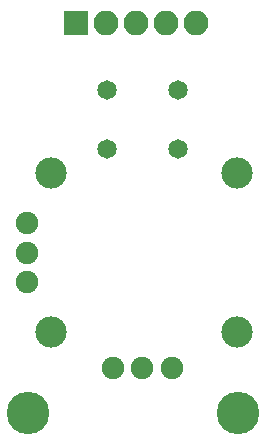
<source format=gbr>
G04 #@! TF.FileFunction,Soldermask,Top*
%FSLAX46Y46*%
G04 Gerber Fmt 4.6, Leading zero omitted, Abs format (unit mm)*
G04 Created by KiCad (PCBNEW 4.0.7-e2-6376~58~ubuntu17.04.1) date Wed Mar  7 17:18:45 2018*
%MOMM*%
%LPD*%
G01*
G04 APERTURE LIST*
%ADD10C,0.100000*%
%ADD11C,3.600000*%
%ADD12R,2.100000X2.100000*%
%ADD13O,2.100000X2.100000*%
%ADD14C,2.650000*%
%ADD15C,1.900000*%
%ADD16C,1.650000*%
G04 APERTURE END LIST*
D10*
D11*
X123190000Y-142240000D03*
D12*
X127320000Y-109220000D03*
D13*
X129860000Y-109220000D03*
X132400000Y-109220000D03*
X134940000Y-109220000D03*
X137480000Y-109220000D03*
D14*
X125150000Y-135400000D03*
X125150000Y-121900000D03*
D15*
X123150000Y-128650000D03*
X123150000Y-131150000D03*
X123150000Y-126150000D03*
X132900000Y-138400000D03*
X135400000Y-138400000D03*
X130400000Y-138400000D03*
D14*
X140900000Y-135400000D03*
X140900000Y-121900000D03*
D16*
X129900000Y-119900000D03*
X135900000Y-119900000D03*
X129900000Y-114900000D03*
X135900000Y-114900000D03*
D11*
X140970000Y-142240000D03*
M02*

</source>
